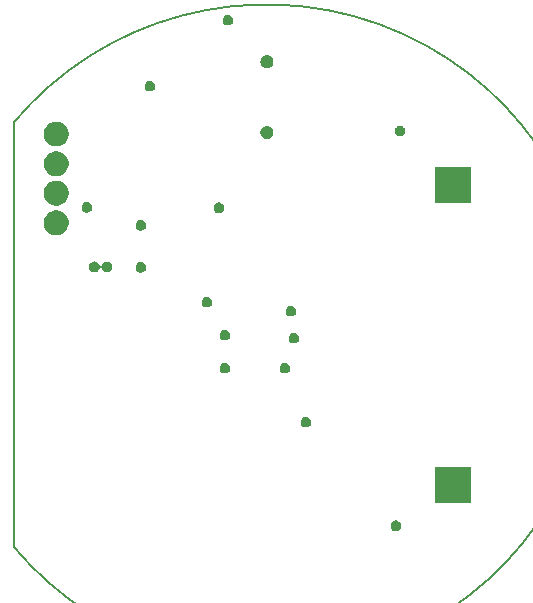
<source format=gbr>
G04 #@! TF.GenerationSoftware,KiCad,Pcbnew,(5.0.1)-4*
G04 #@! TF.CreationDate,2019-01-20T23:32:10-05:00*
G04 #@! TF.ProjectId,puck_design,7075636B5F64657369676E2E6B696361,rev?*
G04 #@! TF.SameCoordinates,Original*
G04 #@! TF.FileFunction,Soldermask,Bot*
G04 #@! TF.FilePolarity,Negative*
%FSLAX46Y46*%
G04 Gerber Fmt 4.6, Leading zero omitted, Abs format (unit mm)*
G04 Created by KiCad (PCBNEW (5.0.1)-4) date 2019-01-20 11:32:10 PM*
%MOMM*%
%LPD*%
G01*
G04 APERTURE LIST*
%ADD10C,0.150000*%
%ADD11C,0.100000*%
G04 APERTURE END LIST*
D10*
X128550445Y-117911400D02*
X128550445Y-82050000D01*
X128550504Y-82011332D02*
G75*
G02X128550445Y-117911400I21429940J-17950069D01*
G01*
D11*
G36*
X161055416Y-115700177D02*
X161055418Y-115700178D01*
X161055419Y-115700178D01*
X161086168Y-115712915D01*
X161138661Y-115734658D01*
X161213578Y-115784716D01*
X161277284Y-115848422D01*
X161327342Y-115923339D01*
X161361823Y-116006584D01*
X161379400Y-116094949D01*
X161379400Y-116185051D01*
X161361823Y-116273416D01*
X161327342Y-116356661D01*
X161277284Y-116431578D01*
X161213578Y-116495284D01*
X161138661Y-116545342D01*
X161086168Y-116567085D01*
X161055419Y-116579822D01*
X161055418Y-116579822D01*
X161055416Y-116579823D01*
X160967051Y-116597400D01*
X160876949Y-116597400D01*
X160788584Y-116579823D01*
X160788582Y-116579822D01*
X160788581Y-116579822D01*
X160757832Y-116567085D01*
X160705339Y-116545342D01*
X160630422Y-116495284D01*
X160566716Y-116431578D01*
X160516658Y-116356661D01*
X160482177Y-116273416D01*
X160464600Y-116185051D01*
X160464600Y-116094949D01*
X160482177Y-116006584D01*
X160516658Y-115923339D01*
X160566716Y-115848422D01*
X160630422Y-115784716D01*
X160705339Y-115734658D01*
X160757832Y-115712915D01*
X160788581Y-115700178D01*
X160788582Y-115700178D01*
X160788584Y-115700177D01*
X160876949Y-115682600D01*
X160967051Y-115682600D01*
X161055416Y-115700177D01*
X161055416Y-115700177D01*
G37*
G36*
X167240250Y-114192250D02*
X164255750Y-114192250D01*
X164255750Y-111207750D01*
X167240250Y-111207750D01*
X167240250Y-114192250D01*
X167240250Y-114192250D01*
G37*
G36*
X153435416Y-106926177D02*
X153435418Y-106926178D01*
X153435419Y-106926178D01*
X153466168Y-106938915D01*
X153518661Y-106960658D01*
X153593578Y-107010716D01*
X153657284Y-107074422D01*
X153707342Y-107149339D01*
X153741823Y-107232584D01*
X153759400Y-107320949D01*
X153759400Y-107411051D01*
X153741823Y-107499416D01*
X153707342Y-107582661D01*
X153657284Y-107657578D01*
X153593578Y-107721284D01*
X153518661Y-107771342D01*
X153466168Y-107793085D01*
X153435419Y-107805822D01*
X153435418Y-107805822D01*
X153435416Y-107805823D01*
X153347051Y-107823400D01*
X153256949Y-107823400D01*
X153168584Y-107805823D01*
X153168582Y-107805822D01*
X153168581Y-107805822D01*
X153137832Y-107793085D01*
X153085339Y-107771342D01*
X153010422Y-107721284D01*
X152946716Y-107657578D01*
X152896658Y-107582661D01*
X152862177Y-107499416D01*
X152844600Y-107411051D01*
X152844600Y-107320949D01*
X152862177Y-107232584D01*
X152896658Y-107149339D01*
X152946716Y-107074422D01*
X153010422Y-107010716D01*
X153085339Y-106960658D01*
X153137832Y-106938915D01*
X153168581Y-106926178D01*
X153168582Y-106926178D01*
X153168584Y-106926177D01*
X153256949Y-106908600D01*
X153347051Y-106908600D01*
X153435416Y-106926177D01*
X153435416Y-106926177D01*
G37*
G36*
X146577416Y-102354177D02*
X146577418Y-102354178D01*
X146577419Y-102354178D01*
X146608168Y-102366915D01*
X146660661Y-102388658D01*
X146735578Y-102438716D01*
X146799284Y-102502422D01*
X146849342Y-102577339D01*
X146883823Y-102660584D01*
X146901400Y-102748949D01*
X146901400Y-102839051D01*
X146883823Y-102927416D01*
X146849342Y-103010661D01*
X146799284Y-103085578D01*
X146735578Y-103149284D01*
X146660661Y-103199342D01*
X146608168Y-103221085D01*
X146577419Y-103233822D01*
X146577418Y-103233822D01*
X146577416Y-103233823D01*
X146489051Y-103251400D01*
X146398949Y-103251400D01*
X146310584Y-103233823D01*
X146310582Y-103233822D01*
X146310581Y-103233822D01*
X146279832Y-103221085D01*
X146227339Y-103199342D01*
X146152422Y-103149284D01*
X146088716Y-103085578D01*
X146038658Y-103010661D01*
X146004177Y-102927416D01*
X145986600Y-102839051D01*
X145986600Y-102748949D01*
X146004177Y-102660584D01*
X146038658Y-102577339D01*
X146088716Y-102502422D01*
X146152422Y-102438716D01*
X146227339Y-102388658D01*
X146279832Y-102366915D01*
X146310581Y-102354178D01*
X146310582Y-102354178D01*
X146310584Y-102354177D01*
X146398949Y-102336600D01*
X146489051Y-102336600D01*
X146577416Y-102354177D01*
X146577416Y-102354177D01*
G37*
G36*
X151657416Y-102354177D02*
X151657418Y-102354178D01*
X151657419Y-102354178D01*
X151688168Y-102366915D01*
X151740661Y-102388658D01*
X151815578Y-102438716D01*
X151879284Y-102502422D01*
X151929342Y-102577339D01*
X151963823Y-102660584D01*
X151981400Y-102748949D01*
X151981400Y-102839051D01*
X151963823Y-102927416D01*
X151929342Y-103010661D01*
X151879284Y-103085578D01*
X151815578Y-103149284D01*
X151740661Y-103199342D01*
X151688168Y-103221085D01*
X151657419Y-103233822D01*
X151657418Y-103233822D01*
X151657416Y-103233823D01*
X151569051Y-103251400D01*
X151478949Y-103251400D01*
X151390584Y-103233823D01*
X151390582Y-103233822D01*
X151390581Y-103233822D01*
X151359832Y-103221085D01*
X151307339Y-103199342D01*
X151232422Y-103149284D01*
X151168716Y-103085578D01*
X151118658Y-103010661D01*
X151084177Y-102927416D01*
X151066600Y-102839051D01*
X151066600Y-102748949D01*
X151084177Y-102660584D01*
X151118658Y-102577339D01*
X151168716Y-102502422D01*
X151232422Y-102438716D01*
X151307339Y-102388658D01*
X151359832Y-102366915D01*
X151390581Y-102354178D01*
X151390582Y-102354178D01*
X151390584Y-102354177D01*
X151478949Y-102336600D01*
X151569051Y-102336600D01*
X151657416Y-102354177D01*
X151657416Y-102354177D01*
G37*
G36*
X152419416Y-99814177D02*
X152419418Y-99814178D01*
X152419419Y-99814178D01*
X152450168Y-99826915D01*
X152502661Y-99848658D01*
X152577578Y-99898716D01*
X152641284Y-99962422D01*
X152691342Y-100037339D01*
X152725823Y-100120584D01*
X152743400Y-100208949D01*
X152743400Y-100299051D01*
X152725823Y-100387416D01*
X152691342Y-100470661D01*
X152641284Y-100545578D01*
X152577578Y-100609284D01*
X152502661Y-100659342D01*
X152450168Y-100681085D01*
X152419419Y-100693822D01*
X152419418Y-100693822D01*
X152419416Y-100693823D01*
X152331051Y-100711400D01*
X152240949Y-100711400D01*
X152152584Y-100693823D01*
X152152582Y-100693822D01*
X152152581Y-100693822D01*
X152121832Y-100681085D01*
X152069339Y-100659342D01*
X151994422Y-100609284D01*
X151930716Y-100545578D01*
X151880658Y-100470661D01*
X151846177Y-100387416D01*
X151828600Y-100299051D01*
X151828600Y-100208949D01*
X151846177Y-100120584D01*
X151880658Y-100037339D01*
X151930716Y-99962422D01*
X151994422Y-99898716D01*
X152069339Y-99848658D01*
X152121832Y-99826915D01*
X152152581Y-99814178D01*
X152152582Y-99814178D01*
X152152584Y-99814177D01*
X152240949Y-99796600D01*
X152331051Y-99796600D01*
X152419416Y-99814177D01*
X152419416Y-99814177D01*
G37*
G36*
X146577416Y-99560177D02*
X146577418Y-99560178D01*
X146577419Y-99560178D01*
X146608168Y-99572915D01*
X146660661Y-99594658D01*
X146735578Y-99644716D01*
X146799284Y-99708422D01*
X146849342Y-99783339D01*
X146883823Y-99866584D01*
X146901400Y-99954949D01*
X146901400Y-100045051D01*
X146883823Y-100133416D01*
X146849342Y-100216661D01*
X146799284Y-100291578D01*
X146735578Y-100355284D01*
X146660661Y-100405342D01*
X146608168Y-100427085D01*
X146577419Y-100439822D01*
X146577418Y-100439822D01*
X146577416Y-100439823D01*
X146489051Y-100457400D01*
X146398949Y-100457400D01*
X146310584Y-100439823D01*
X146310582Y-100439822D01*
X146310581Y-100439822D01*
X146279832Y-100427085D01*
X146227339Y-100405342D01*
X146152422Y-100355284D01*
X146088716Y-100291578D01*
X146038658Y-100216661D01*
X146004177Y-100133416D01*
X145986600Y-100045051D01*
X145986600Y-99954949D01*
X146004177Y-99866584D01*
X146038658Y-99783339D01*
X146088716Y-99708422D01*
X146152422Y-99644716D01*
X146227339Y-99594658D01*
X146279832Y-99572915D01*
X146310581Y-99560178D01*
X146310582Y-99560178D01*
X146310584Y-99560177D01*
X146398949Y-99542600D01*
X146489051Y-99542600D01*
X146577416Y-99560177D01*
X146577416Y-99560177D01*
G37*
G36*
X152165416Y-97528177D02*
X152165418Y-97528178D01*
X152165419Y-97528178D01*
X152196168Y-97540915D01*
X152248661Y-97562658D01*
X152323578Y-97612716D01*
X152387284Y-97676422D01*
X152437342Y-97751339D01*
X152471823Y-97834584D01*
X152489400Y-97922949D01*
X152489400Y-98013051D01*
X152471823Y-98101416D01*
X152437342Y-98184661D01*
X152387284Y-98259578D01*
X152323578Y-98323284D01*
X152248661Y-98373342D01*
X152196168Y-98395085D01*
X152165419Y-98407822D01*
X152165418Y-98407822D01*
X152165416Y-98407823D01*
X152077051Y-98425400D01*
X151986949Y-98425400D01*
X151898584Y-98407823D01*
X151898582Y-98407822D01*
X151898581Y-98407822D01*
X151867832Y-98395085D01*
X151815339Y-98373342D01*
X151740422Y-98323284D01*
X151676716Y-98259578D01*
X151626658Y-98184661D01*
X151592177Y-98101416D01*
X151574600Y-98013051D01*
X151574600Y-97922949D01*
X151592177Y-97834584D01*
X151626658Y-97751339D01*
X151676716Y-97676422D01*
X151740422Y-97612716D01*
X151815339Y-97562658D01*
X151867832Y-97540915D01*
X151898581Y-97528178D01*
X151898582Y-97528178D01*
X151898584Y-97528177D01*
X151986949Y-97510600D01*
X152077051Y-97510600D01*
X152165416Y-97528177D01*
X152165416Y-97528177D01*
G37*
G36*
X145053416Y-96766177D02*
X145053418Y-96766178D01*
X145053419Y-96766178D01*
X145084168Y-96778915D01*
X145136661Y-96800658D01*
X145211578Y-96850716D01*
X145275284Y-96914422D01*
X145325342Y-96989339D01*
X145359823Y-97072584D01*
X145377400Y-97160949D01*
X145377400Y-97251051D01*
X145359823Y-97339416D01*
X145325342Y-97422661D01*
X145275284Y-97497578D01*
X145211578Y-97561284D01*
X145136661Y-97611342D01*
X145084168Y-97633085D01*
X145053419Y-97645822D01*
X145053418Y-97645822D01*
X145053416Y-97645823D01*
X144965051Y-97663400D01*
X144874949Y-97663400D01*
X144786584Y-97645823D01*
X144786582Y-97645822D01*
X144786581Y-97645822D01*
X144755832Y-97633085D01*
X144703339Y-97611342D01*
X144628422Y-97561284D01*
X144564716Y-97497578D01*
X144514658Y-97422661D01*
X144480177Y-97339416D01*
X144462600Y-97251051D01*
X144462600Y-97160949D01*
X144480177Y-97072584D01*
X144514658Y-96989339D01*
X144564716Y-96914422D01*
X144628422Y-96850716D01*
X144703339Y-96800658D01*
X144755832Y-96778915D01*
X144786581Y-96766178D01*
X144786582Y-96766178D01*
X144786584Y-96766177D01*
X144874949Y-96748600D01*
X144965051Y-96748600D01*
X145053416Y-96766177D01*
X145053416Y-96766177D01*
G37*
G36*
X139465416Y-93810177D02*
X139465418Y-93810178D01*
X139465419Y-93810178D01*
X139496168Y-93822915D01*
X139548661Y-93844658D01*
X139623578Y-93894716D01*
X139687284Y-93958422D01*
X139737342Y-94033339D01*
X139737342Y-94033340D01*
X139769396Y-94110723D01*
X139771823Y-94116584D01*
X139789400Y-94204949D01*
X139789400Y-94295051D01*
X139771823Y-94383416D01*
X139737342Y-94466661D01*
X139687284Y-94541578D01*
X139623578Y-94605284D01*
X139548661Y-94655342D01*
X139496168Y-94677085D01*
X139465419Y-94689822D01*
X139465418Y-94689822D01*
X139465416Y-94689823D01*
X139377051Y-94707400D01*
X139286949Y-94707400D01*
X139198584Y-94689823D01*
X139198582Y-94689822D01*
X139198581Y-94689822D01*
X139167832Y-94677085D01*
X139115339Y-94655342D01*
X139040422Y-94605284D01*
X138976716Y-94541578D01*
X138926658Y-94466661D01*
X138892177Y-94383416D01*
X138874600Y-94295051D01*
X138874600Y-94204949D01*
X138892177Y-94116584D01*
X138894605Y-94110723D01*
X138926658Y-94033340D01*
X138926658Y-94033339D01*
X138976716Y-93958422D01*
X139040422Y-93894716D01*
X139115339Y-93844658D01*
X139167832Y-93822915D01*
X139198581Y-93810178D01*
X139198582Y-93810178D01*
X139198584Y-93810177D01*
X139286949Y-93792600D01*
X139377051Y-93792600D01*
X139465416Y-93810177D01*
X139465416Y-93810177D01*
G37*
G36*
X135513416Y-93780177D02*
X135513418Y-93780178D01*
X135513419Y-93780178D01*
X135537558Y-93790177D01*
X135596661Y-93814658D01*
X135671578Y-93864716D01*
X135735284Y-93928422D01*
X135785342Y-94003339D01*
X135806586Y-94054626D01*
X135818138Y-94076237D01*
X135833683Y-94095179D01*
X135852625Y-94110724D01*
X135874236Y-94122275D01*
X135897685Y-94129388D01*
X135922072Y-94131790D01*
X135946458Y-94129388D01*
X135969907Y-94122275D01*
X135991518Y-94110723D01*
X136010460Y-94095178D01*
X136026005Y-94076236D01*
X136037556Y-94054626D01*
X136054658Y-94013339D01*
X136104716Y-93938422D01*
X136168422Y-93874716D01*
X136243339Y-93824658D01*
X136320734Y-93792600D01*
X136326581Y-93790178D01*
X136326582Y-93790178D01*
X136326584Y-93790177D01*
X136414949Y-93772600D01*
X136505051Y-93772600D01*
X136593416Y-93790177D01*
X136593418Y-93790178D01*
X136593419Y-93790178D01*
X136599266Y-93792600D01*
X136676661Y-93824658D01*
X136751578Y-93874716D01*
X136815284Y-93938422D01*
X136865342Y-94013339D01*
X136899823Y-94096584D01*
X136917400Y-94184949D01*
X136917400Y-94275051D01*
X136899823Y-94363416D01*
X136865342Y-94446661D01*
X136815284Y-94521578D01*
X136751578Y-94585284D01*
X136676661Y-94635342D01*
X136628376Y-94655342D01*
X136593419Y-94669822D01*
X136593418Y-94669822D01*
X136593416Y-94669823D01*
X136505051Y-94687400D01*
X136414949Y-94687400D01*
X136326584Y-94669823D01*
X136326582Y-94669822D01*
X136326581Y-94669822D01*
X136291624Y-94655342D01*
X136243339Y-94635342D01*
X136168422Y-94585284D01*
X136104716Y-94521578D01*
X136054658Y-94446661D01*
X136033414Y-94395374D01*
X136021862Y-94373763D01*
X136006317Y-94354821D01*
X135987375Y-94339276D01*
X135965764Y-94327725D01*
X135942315Y-94320612D01*
X135917928Y-94318210D01*
X135893542Y-94320612D01*
X135870093Y-94327725D01*
X135848482Y-94339277D01*
X135829540Y-94354822D01*
X135813995Y-94373764D01*
X135802444Y-94395374D01*
X135785342Y-94436661D01*
X135735284Y-94511578D01*
X135671578Y-94575284D01*
X135596661Y-94625342D01*
X135544168Y-94647085D01*
X135513419Y-94659822D01*
X135513418Y-94659822D01*
X135513416Y-94659823D01*
X135425051Y-94677400D01*
X135334949Y-94677400D01*
X135246584Y-94659823D01*
X135246582Y-94659822D01*
X135246581Y-94659822D01*
X135215832Y-94647085D01*
X135163339Y-94625342D01*
X135088422Y-94575284D01*
X135024716Y-94511578D01*
X134974658Y-94436661D01*
X134940177Y-94353416D01*
X134922600Y-94265051D01*
X134922600Y-94174949D01*
X134940177Y-94086584D01*
X134974658Y-94003339D01*
X135024716Y-93928422D01*
X135088422Y-93864716D01*
X135163339Y-93814658D01*
X135222442Y-93790177D01*
X135246581Y-93780178D01*
X135246582Y-93780178D01*
X135246584Y-93780177D01*
X135334949Y-93762600D01*
X135425051Y-93762600D01*
X135513416Y-93780177D01*
X135513416Y-93780177D01*
G37*
G36*
X132466565Y-89469389D02*
X132657834Y-89548615D01*
X132829976Y-89663637D01*
X132976363Y-89810024D01*
X133091385Y-89982166D01*
X133170611Y-90173435D01*
X133211000Y-90376484D01*
X133211000Y-90583516D01*
X133170611Y-90786565D01*
X133091385Y-90977834D01*
X132976363Y-91149976D01*
X132829976Y-91296363D01*
X132657834Y-91411385D01*
X132466565Y-91490611D01*
X132263516Y-91531000D01*
X132056484Y-91531000D01*
X131853435Y-91490611D01*
X131662166Y-91411385D01*
X131490024Y-91296363D01*
X131343637Y-91149976D01*
X131228615Y-90977834D01*
X131149389Y-90786565D01*
X131109000Y-90583516D01*
X131109000Y-90376484D01*
X131149389Y-90173435D01*
X131228615Y-89982166D01*
X131343637Y-89810024D01*
X131490024Y-89663637D01*
X131662166Y-89548615D01*
X131853435Y-89469389D01*
X132056484Y-89429000D01*
X132263516Y-89429000D01*
X132466565Y-89469389D01*
X132466565Y-89469389D01*
G37*
G36*
X139465416Y-90254177D02*
X139465418Y-90254178D01*
X139465419Y-90254178D01*
X139496168Y-90266915D01*
X139548661Y-90288658D01*
X139623578Y-90338716D01*
X139687284Y-90402422D01*
X139737342Y-90477339D01*
X139771823Y-90560584D01*
X139789400Y-90648949D01*
X139789400Y-90739051D01*
X139771823Y-90827416D01*
X139737342Y-90910661D01*
X139687284Y-90985578D01*
X139623578Y-91049284D01*
X139548661Y-91099342D01*
X139496168Y-91121085D01*
X139465419Y-91133822D01*
X139465418Y-91133822D01*
X139465416Y-91133823D01*
X139377051Y-91151400D01*
X139286949Y-91151400D01*
X139198584Y-91133823D01*
X139198582Y-91133822D01*
X139198581Y-91133822D01*
X139167832Y-91121085D01*
X139115339Y-91099342D01*
X139040422Y-91049284D01*
X138976716Y-90985578D01*
X138926658Y-90910661D01*
X138892177Y-90827416D01*
X138874600Y-90739051D01*
X138874600Y-90648949D01*
X138892177Y-90560584D01*
X138926658Y-90477339D01*
X138976716Y-90402422D01*
X139040422Y-90338716D01*
X139115339Y-90288658D01*
X139167832Y-90266915D01*
X139198581Y-90254178D01*
X139198582Y-90254178D01*
X139198584Y-90254177D01*
X139286949Y-90236600D01*
X139377051Y-90236600D01*
X139465416Y-90254177D01*
X139465416Y-90254177D01*
G37*
G36*
X146069416Y-88776177D02*
X146069418Y-88776178D01*
X146069419Y-88776178D01*
X146100168Y-88788915D01*
X146152661Y-88810658D01*
X146227578Y-88860716D01*
X146291284Y-88924422D01*
X146341342Y-88999339D01*
X146375823Y-89082584D01*
X146393400Y-89170949D01*
X146393400Y-89261051D01*
X146375823Y-89349416D01*
X146341342Y-89432661D01*
X146291284Y-89507578D01*
X146227578Y-89571284D01*
X146152661Y-89621342D01*
X146100168Y-89643085D01*
X146069419Y-89655822D01*
X146069418Y-89655822D01*
X146069416Y-89655823D01*
X145981051Y-89673400D01*
X145890949Y-89673400D01*
X145802584Y-89655823D01*
X145802582Y-89655822D01*
X145802581Y-89655822D01*
X145771832Y-89643085D01*
X145719339Y-89621342D01*
X145644422Y-89571284D01*
X145580716Y-89507578D01*
X145530658Y-89432661D01*
X145496177Y-89349416D01*
X145478600Y-89261051D01*
X145478600Y-89170949D01*
X145496177Y-89082584D01*
X145530658Y-88999339D01*
X145580716Y-88924422D01*
X145644422Y-88860716D01*
X145719339Y-88810658D01*
X145771832Y-88788915D01*
X145802581Y-88776178D01*
X145802582Y-88776178D01*
X145802584Y-88776177D01*
X145890949Y-88758600D01*
X145981051Y-88758600D01*
X146069416Y-88776177D01*
X146069416Y-88776177D01*
G37*
G36*
X134893416Y-88730177D02*
X134893418Y-88730178D01*
X134893419Y-88730178D01*
X134924168Y-88742915D01*
X134976661Y-88764658D01*
X135051578Y-88814716D01*
X135115284Y-88878422D01*
X135165342Y-88953339D01*
X135199823Y-89036584D01*
X135217400Y-89124949D01*
X135217400Y-89215051D01*
X135199823Y-89303416D01*
X135165342Y-89386661D01*
X135115284Y-89461578D01*
X135051578Y-89525284D01*
X134976661Y-89575342D01*
X134924168Y-89597085D01*
X134893419Y-89609822D01*
X134893418Y-89609822D01*
X134893416Y-89609823D01*
X134805051Y-89627400D01*
X134714949Y-89627400D01*
X134626584Y-89609823D01*
X134626582Y-89609822D01*
X134626581Y-89609822D01*
X134595832Y-89597085D01*
X134543339Y-89575342D01*
X134468422Y-89525284D01*
X134404716Y-89461578D01*
X134354658Y-89386661D01*
X134320177Y-89303416D01*
X134302600Y-89215051D01*
X134302600Y-89124949D01*
X134320177Y-89036584D01*
X134354658Y-88953339D01*
X134404716Y-88878422D01*
X134468422Y-88814716D01*
X134543339Y-88764658D01*
X134595832Y-88742915D01*
X134626581Y-88730178D01*
X134626582Y-88730178D01*
X134626584Y-88730177D01*
X134714949Y-88712600D01*
X134805051Y-88712600D01*
X134893416Y-88730177D01*
X134893416Y-88730177D01*
G37*
G36*
X132466565Y-86969389D02*
X132657834Y-87048615D01*
X132829976Y-87163637D01*
X132976363Y-87310024D01*
X133091385Y-87482166D01*
X133170611Y-87673435D01*
X133211000Y-87876484D01*
X133211000Y-88083516D01*
X133170611Y-88286565D01*
X133091385Y-88477834D01*
X132976363Y-88649976D01*
X132829976Y-88796363D01*
X132657834Y-88911385D01*
X132466565Y-88990611D01*
X132263516Y-89031000D01*
X132056484Y-89031000D01*
X131853435Y-88990611D01*
X131662166Y-88911385D01*
X131490024Y-88796363D01*
X131343637Y-88649976D01*
X131228615Y-88477834D01*
X131149389Y-88286565D01*
X131109000Y-88083516D01*
X131109000Y-87876484D01*
X131149389Y-87673435D01*
X131228615Y-87482166D01*
X131343637Y-87310024D01*
X131490024Y-87163637D01*
X131662166Y-87048615D01*
X131853435Y-86969389D01*
X132056484Y-86929000D01*
X132263516Y-86929000D01*
X132466565Y-86969389D01*
X132466565Y-86969389D01*
G37*
G36*
X167240250Y-88792250D02*
X164255750Y-88792250D01*
X164255750Y-85807750D01*
X167240250Y-85807750D01*
X167240250Y-88792250D01*
X167240250Y-88792250D01*
G37*
G36*
X132466565Y-84469389D02*
X132657834Y-84548615D01*
X132829976Y-84663637D01*
X132976363Y-84810024D01*
X133091385Y-84982166D01*
X133170611Y-85173435D01*
X133211000Y-85376484D01*
X133211000Y-85583516D01*
X133170611Y-85786565D01*
X133091385Y-85977834D01*
X132976363Y-86149976D01*
X132829976Y-86296363D01*
X132657834Y-86411385D01*
X132466565Y-86490611D01*
X132263516Y-86531000D01*
X132056484Y-86531000D01*
X131853435Y-86490611D01*
X131662166Y-86411385D01*
X131490024Y-86296363D01*
X131343637Y-86149976D01*
X131228615Y-85977834D01*
X131149389Y-85786565D01*
X131109000Y-85583516D01*
X131109000Y-85376484D01*
X131149389Y-85173435D01*
X131228615Y-84982166D01*
X131343637Y-84810024D01*
X131490024Y-84663637D01*
X131662166Y-84548615D01*
X131853435Y-84469389D01*
X132056484Y-84429000D01*
X132263516Y-84429000D01*
X132466565Y-84469389D01*
X132466565Y-84469389D01*
G37*
G36*
X132466565Y-81969389D02*
X132657834Y-82048615D01*
X132829976Y-82163637D01*
X132976363Y-82310024D01*
X133091385Y-82482166D01*
X133170611Y-82673435D01*
X133211000Y-82876484D01*
X133211000Y-83083516D01*
X133170611Y-83286565D01*
X133091385Y-83477834D01*
X132976363Y-83649976D01*
X132829976Y-83796363D01*
X132657834Y-83911385D01*
X132466565Y-83990611D01*
X132263516Y-84031000D01*
X132056484Y-84031000D01*
X131853435Y-83990611D01*
X131662166Y-83911385D01*
X131490024Y-83796363D01*
X131343637Y-83649976D01*
X131228615Y-83477834D01*
X131149389Y-83286565D01*
X131109000Y-83083516D01*
X131109000Y-82876484D01*
X131149389Y-82673435D01*
X131228615Y-82482166D01*
X131343637Y-82310024D01*
X131490024Y-82163637D01*
X131662166Y-82048615D01*
X131853435Y-81969389D01*
X132056484Y-81929000D01*
X132263516Y-81929000D01*
X132466565Y-81969389D01*
X132466565Y-81969389D01*
G37*
G36*
X150160721Y-82308174D02*
X150260995Y-82349709D01*
X150351245Y-82410012D01*
X150427988Y-82486755D01*
X150488291Y-82577005D01*
X150529826Y-82677279D01*
X150551000Y-82783730D01*
X150551000Y-82892270D01*
X150529826Y-82998721D01*
X150488291Y-83098995D01*
X150427988Y-83189245D01*
X150351245Y-83265988D01*
X150260995Y-83326291D01*
X150160721Y-83367826D01*
X150054270Y-83389000D01*
X149945730Y-83389000D01*
X149839279Y-83367826D01*
X149739005Y-83326291D01*
X149648755Y-83265988D01*
X149572012Y-83189245D01*
X149511709Y-83098995D01*
X149470174Y-82998721D01*
X149449000Y-82892270D01*
X149449000Y-82783730D01*
X149470174Y-82677279D01*
X149511709Y-82577005D01*
X149572012Y-82486755D01*
X149648755Y-82410012D01*
X149739005Y-82349709D01*
X149839279Y-82308174D01*
X149945730Y-82287000D01*
X150054270Y-82287000D01*
X150160721Y-82308174D01*
X150160721Y-82308174D01*
G37*
G36*
X161403416Y-82280177D02*
X161403418Y-82280178D01*
X161403419Y-82280178D01*
X161434168Y-82292915D01*
X161486661Y-82314658D01*
X161561578Y-82364716D01*
X161625284Y-82428422D01*
X161675342Y-82503339D01*
X161709823Y-82586584D01*
X161727400Y-82674949D01*
X161727400Y-82765051D01*
X161709823Y-82853416D01*
X161675342Y-82936661D01*
X161625284Y-83011578D01*
X161561578Y-83075284D01*
X161486661Y-83125342D01*
X161434168Y-83147085D01*
X161403419Y-83159822D01*
X161403418Y-83159822D01*
X161403416Y-83159823D01*
X161315051Y-83177400D01*
X161224949Y-83177400D01*
X161136584Y-83159823D01*
X161136582Y-83159822D01*
X161136581Y-83159822D01*
X161105832Y-83147085D01*
X161053339Y-83125342D01*
X160978422Y-83075284D01*
X160914716Y-83011578D01*
X160864658Y-82936661D01*
X160830177Y-82853416D01*
X160812600Y-82765051D01*
X160812600Y-82674949D01*
X160830177Y-82586584D01*
X160864658Y-82503339D01*
X160914716Y-82428422D01*
X160978422Y-82364716D01*
X161053339Y-82314658D01*
X161105832Y-82292915D01*
X161136581Y-82280178D01*
X161136582Y-82280178D01*
X161136584Y-82280177D01*
X161224949Y-82262600D01*
X161315051Y-82262600D01*
X161403416Y-82280177D01*
X161403416Y-82280177D01*
G37*
G36*
X140227416Y-78478177D02*
X140227418Y-78478178D01*
X140227419Y-78478178D01*
X140258168Y-78490915D01*
X140310661Y-78512658D01*
X140385578Y-78562716D01*
X140449284Y-78626422D01*
X140499342Y-78701339D01*
X140533823Y-78784584D01*
X140551400Y-78872949D01*
X140551400Y-78963051D01*
X140533823Y-79051416D01*
X140499342Y-79134661D01*
X140449284Y-79209578D01*
X140385578Y-79273284D01*
X140310661Y-79323342D01*
X140258168Y-79345085D01*
X140227419Y-79357822D01*
X140227418Y-79357822D01*
X140227416Y-79357823D01*
X140139051Y-79375400D01*
X140048949Y-79375400D01*
X139960584Y-79357823D01*
X139960582Y-79357822D01*
X139960581Y-79357822D01*
X139929832Y-79345085D01*
X139877339Y-79323342D01*
X139802422Y-79273284D01*
X139738716Y-79209578D01*
X139688658Y-79134661D01*
X139654177Y-79051416D01*
X139636600Y-78963051D01*
X139636600Y-78872949D01*
X139654177Y-78784584D01*
X139688658Y-78701339D01*
X139738716Y-78626422D01*
X139802422Y-78562716D01*
X139877339Y-78512658D01*
X139929832Y-78490915D01*
X139960581Y-78478178D01*
X139960582Y-78478178D01*
X139960584Y-78478177D01*
X140048949Y-78460600D01*
X140139051Y-78460600D01*
X140227416Y-78478177D01*
X140227416Y-78478177D01*
G37*
G36*
X150160721Y-76308174D02*
X150260995Y-76349709D01*
X150351245Y-76410012D01*
X150427988Y-76486755D01*
X150488291Y-76577005D01*
X150529826Y-76677279D01*
X150551000Y-76783730D01*
X150551000Y-76892270D01*
X150529826Y-76998721D01*
X150488291Y-77098995D01*
X150427988Y-77189245D01*
X150351245Y-77265988D01*
X150260995Y-77326291D01*
X150160721Y-77367826D01*
X150054270Y-77389000D01*
X149945730Y-77389000D01*
X149839279Y-77367826D01*
X149739005Y-77326291D01*
X149648755Y-77265988D01*
X149572012Y-77189245D01*
X149511709Y-77098995D01*
X149470174Y-76998721D01*
X149449000Y-76892270D01*
X149449000Y-76783730D01*
X149470174Y-76677279D01*
X149511709Y-76577005D01*
X149572012Y-76486755D01*
X149648755Y-76410012D01*
X149739005Y-76349709D01*
X149839279Y-76308174D01*
X149945730Y-76287000D01*
X150054270Y-76287000D01*
X150160721Y-76308174D01*
X150160721Y-76308174D01*
G37*
G36*
X146831416Y-72890177D02*
X146831418Y-72890178D01*
X146831419Y-72890178D01*
X146862168Y-72902915D01*
X146914661Y-72924658D01*
X146989578Y-72974716D01*
X147053284Y-73038422D01*
X147103342Y-73113339D01*
X147137823Y-73196584D01*
X147155400Y-73284949D01*
X147155400Y-73375051D01*
X147137823Y-73463416D01*
X147103342Y-73546661D01*
X147053284Y-73621578D01*
X146989578Y-73685284D01*
X146914661Y-73735342D01*
X146862168Y-73757085D01*
X146831419Y-73769822D01*
X146831418Y-73769822D01*
X146831416Y-73769823D01*
X146743051Y-73787400D01*
X146652949Y-73787400D01*
X146564584Y-73769823D01*
X146564582Y-73769822D01*
X146564581Y-73769822D01*
X146533832Y-73757085D01*
X146481339Y-73735342D01*
X146406422Y-73685284D01*
X146342716Y-73621578D01*
X146292658Y-73546661D01*
X146258177Y-73463416D01*
X146240600Y-73375051D01*
X146240600Y-73284949D01*
X146258177Y-73196584D01*
X146292658Y-73113339D01*
X146342716Y-73038422D01*
X146406422Y-72974716D01*
X146481339Y-72924658D01*
X146533832Y-72902915D01*
X146564581Y-72890178D01*
X146564582Y-72890178D01*
X146564584Y-72890177D01*
X146652949Y-72872600D01*
X146743051Y-72872600D01*
X146831416Y-72890177D01*
X146831416Y-72890177D01*
G37*
M02*

</source>
